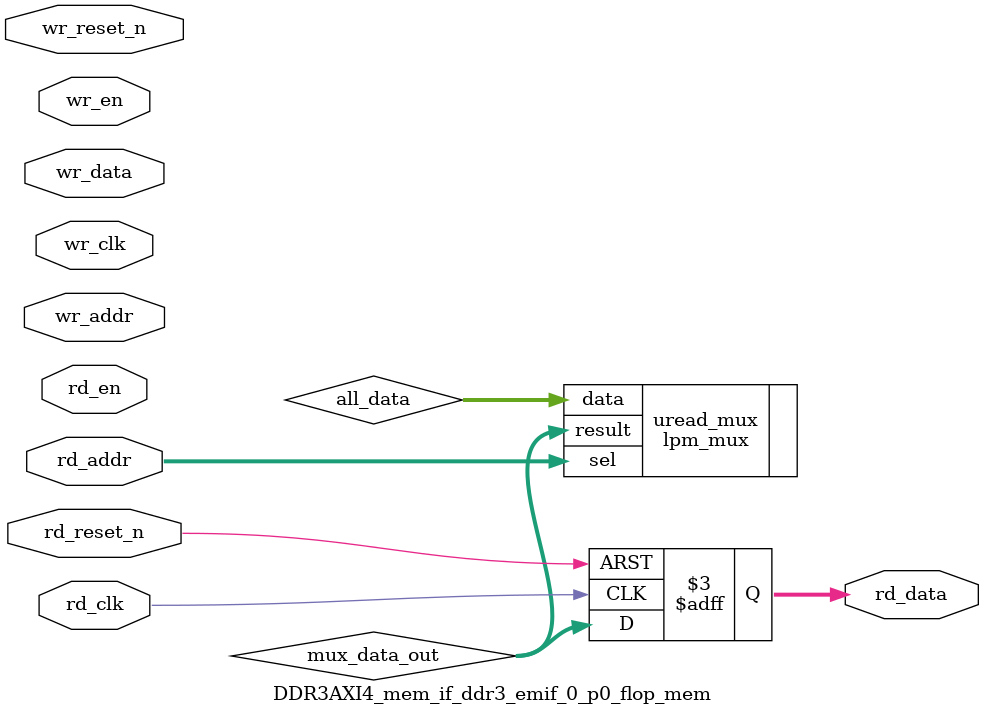
<source format=v>



`timescale 1 ps / 1 ps

(* altera_attribute = "-name ALLOW_SYNCH_CTRL_USAGE ON;-name AUTO_CLOCK_ENABLE_RECOGNITION ON" *)
module DDR3AXI4_mem_if_ddr3_emif_0_p0_flop_mem(
	wr_reset_n,
	wr_clk,
	wr_en,
	wr_addr,
	wr_data,
	rd_reset_n,
	rd_clk,
	rd_en,
	rd_addr,
	rd_data
);

parameter WRITE_MEM_DEPTH	= "";
parameter WRITE_ADDR_WIDTH	= "";
parameter WRITE_DATA_WIDTH	= "";
parameter READ_MEM_DEPTH	= "";
parameter READ_ADDR_WIDTH	= "";		 
parameter READ_DATA_WIDTH	= "";


input	wr_reset_n;
input	wr_clk;
input	wr_en;
input	[WRITE_ADDR_WIDTH-1:0] wr_addr;
input	[WRITE_DATA_WIDTH-1:0] wr_data;
input	rd_reset_n;
input	rd_clk;
input	rd_en;
input	[READ_ADDR_WIDTH-1:0] rd_addr;
output	[READ_DATA_WIDTH-1:0] rd_data;



wire	[WRITE_DATA_WIDTH*WRITE_MEM_DEPTH-1:0] all_data;
wire	[READ_DATA_WIDTH-1:0] mux_data_out;



// declare a memory with WRITE_MEM_DEPTH entries
// each entry contains a data size of WRITE_DATA_WIDTH
reg	[WRITE_DATA_WIDTH-1:0] data_stored [0:WRITE_MEM_DEPTH-1] /* synthesis syn_preserve = 1 */;
reg	[READ_DATA_WIDTH-1:0] rd_data;

generate
genvar entry;
	for (entry=0; entry < WRITE_MEM_DEPTH; entry=entry+1)
	begin: mem_location
		assign all_data[(WRITE_DATA_WIDTH*(entry+1)-1) : (WRITE_DATA_WIDTH*entry)] = data_stored[entry]; 
		
		always @(posedge wr_clk or negedge wr_reset_n)
		begin
			if (~wr_reset_n) begin
				data_stored[entry] <= {WRITE_DATA_WIDTH{1'b0}};
			end else begin
				if (wr_en) begin
					if (entry == wr_addr) begin
						data_stored[entry] <= wr_data;
					end
				end
			end
		end		
	end
endgenerate

// mux to select the correct output data based on read address
lpm_mux	uread_mux(
	.sel (rd_addr),
	.data (all_data),
	.result (mux_data_out)
	// synopsys translate_off
	,
	.aclr (),
	.clken (),
	.clock ()
	// synopsys translate_on
	);
 defparam uread_mux.lpm_size = READ_MEM_DEPTH;
 defparam uread_mux.lpm_type = "LPM_MUX";
 defparam uread_mux.lpm_width = READ_DATA_WIDTH;
 defparam uread_mux.lpm_widths = READ_ADDR_WIDTH;

always @(posedge rd_clk or negedge rd_reset_n)	
begin
	if (~rd_reset_n) begin
		rd_data <= {READ_DATA_WIDTH{1'b0}};
	end else begin
		rd_data <= mux_data_out;
	end
end

endmodule

</source>
